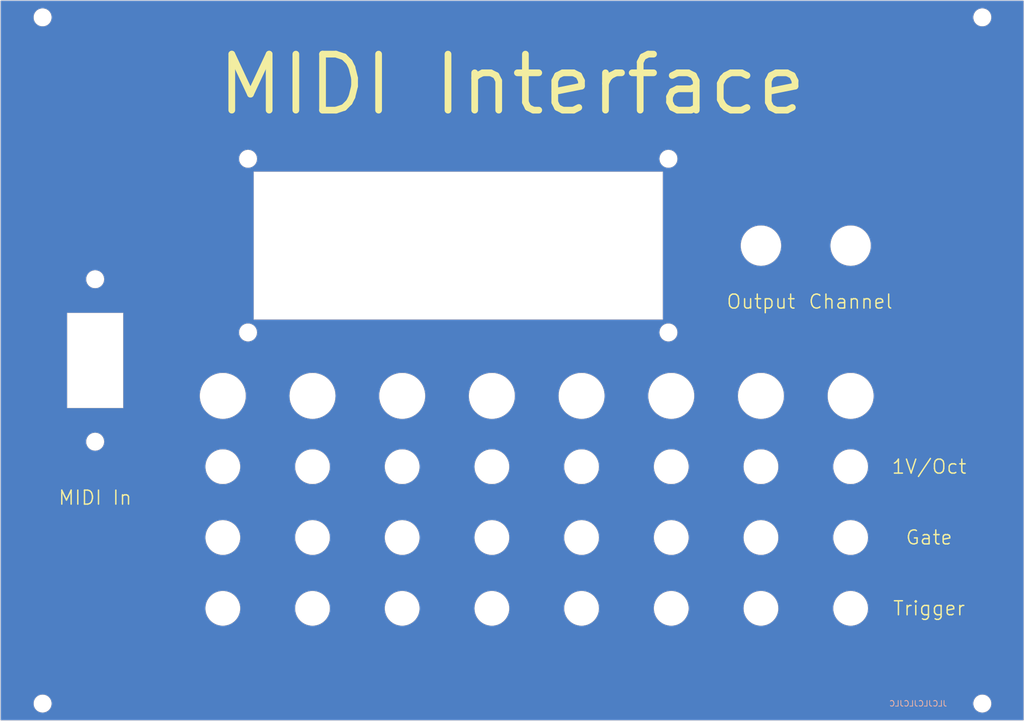
<source format=kicad_pcb>
(kicad_pcb (version 20211014) (generator pcbnew)
  (layers (0 "F.Cu" signal) (31 "B.Cu" signal) (34 "B.Paste" user) (35 "F.Paste" user) (36 "B.SilkS" user "B.Silkscreen") (37 "F.SilkS" user "F.Silkscreen") (38 "B.Mask" user) (39 "F.Mask" user) (44 "Edge.Cuts" user))
  (net 0 "")
  (gr_circle (center 176.2 89.635715) (end 177.8 89.635715) (layer "Edge.Cuts") (width 0.05) (fill none))
  (gr_line (start 102.2 87.335715) (end 102.2 60.935715) (layer "Edge.Cuts") (width 0.05))
  (gr_circle (center 160.7 100.957143) (end 164.8 100.957143) (layer "Edge.Cuts") (width 0.05) (fill none))
  (gr_circle (center 101.2 89.635715) (end 102.8 89.635715) (layer "Edge.Cuts") (width 0.05) (fill none))
  (gr_circle (center 160.7 126.242857) (end 163.8 126.242857) (layer "Edge.Cuts") (width 0.05) (fill none))
  (gr_circle (center 96.7 138.885714) (end 99.8 138.885714) (layer "Edge.Cuts") (width 0.05) (fill none))
  (gr_circle (center 176.7 126.242857) (end 179.8 126.242857) (layer "Edge.Cuts") (width 0.05) (fill none))
  (gr_circle (center 208.7 126.242857) (end 211.8 126.242857) (layer "Edge.Cuts") (width 0.05) (fill none))
  (gr_circle (center 176.7 100.957143) (end 180.8 100.957143) (layer "Edge.Cuts") (width 0.05) (fill none))
  (gr_circle (center 176.7 138.885714) (end 179.8 138.885714) (layer "Edge.Cuts") (width 0.05) (fill none))
  (gr_circle (center 128.7 138.885714) (end 131.8 138.885714) (layer "Edge.Cuts") (width 0.05) (fill none))
  (gr_circle (center 64.55 155.885715) (end 66.15 155.885715) (layer "Edge.Cuts") (width 0.05) (fill none))
  (gr_line (start 57.05 158.885715) (end 239.55 158.885715) (layer "Edge.Cuts") (width 0.05))
  (gr_circle (center 144.7 126.242857) (end 147.8 126.242857) (layer "Edge.Cuts") (width 0.05) (fill none))
  (gr_circle (center 176.7 113.6) (end 179.8 113.6) (layer "Edge.Cuts") (width 0.05) (fill none))
  (gr_line (start 68.925 86.135715) (end 68.925 103.135715) (layer "Edge.Cuts") (width 0.05))
  (gr_circle (center 192.7 100.957143) (end 196.8 100.957143) (layer "Edge.Cuts") (width 0.05) (fill none))
  (gr_circle (center 101.2 58.635715) (end 102.8 58.635715) (layer "Edge.Cuts") (width 0.05) (fill none))
  (gr_circle (center 160.7 138.885714) (end 163.8 138.885714) (layer "Edge.Cuts") (width 0.05) (fill none))
  (gr_circle (center 192.7 138.885714) (end 195.8 138.885714) (layer "Edge.Cuts") (width 0.05) (fill none))
  (gr_circle (center 192.7 113.6) (end 195.8 113.6) (layer "Edge.Cuts") (width 0.05) (fill none))
  (gr_circle (center 144.7 100.957143) (end 148.8 100.957143) (layer "Edge.Cuts") (width 0.05) (fill none))
  (gr_circle (center 128.7 113.6) (end 131.8 113.6) (layer "Edge.Cuts") (width 0.05) (fill none))
  (gr_circle (center 192.7 126.242857) (end 195.8 126.242857) (layer "Edge.Cuts") (width 0.05) (fill none))
  (gr_circle (center 96.7 113.6) (end 99.8 113.6) (layer "Edge.Cuts") (width 0.05) (fill none))
  (gr_circle (center 208.7 113.6) (end 211.8 113.6) (layer "Edge.Cuts") (width 0.05) (fill none))
  (gr_line (start 239.55 30.385715) (end 239.55 158.885715) (layer "Edge.Cuts") (width 0.05))
  (gr_circle (center 160.7 113.6) (end 163.8 113.6) (layer "Edge.Cuts") (width 0.05) (fill none))
  (gr_circle (center 208.7 138.885714) (end 211.8 138.885714) (layer "Edge.Cuts") (width 0.05) (fill none))
  (gr_line (start 57.05 30.385715) (end 239.55 30.385715) (layer "Edge.Cuts") (width 0.05))
  (gr_circle (center 192.7 74.135715) (end 196.3 74.135715) (layer "Edge.Cuts") (width 0.05) (fill none))
  (gr_line (start 57.05 30.385715) (end 57.05 158.885715) (layer "Edge.Cuts") (width 0.05))
  (gr_circle (center 208.7 100.957143) (end 212.8 100.957143) (layer "Edge.Cuts") (width 0.05) (fill none))
  (gr_line (start 68.925 103.135715) (end 78.925 103.135715) (layer "Edge.Cuts") (width 0.05))
  (gr_circle (center 112.7 113.6) (end 115.8 113.6) (layer "Edge.Cuts") (width 0.05) (fill none))
  (gr_circle (center 112.7 100.957143) (end 116.8 100.957143) (layer "Edge.Cuts") (width 0.05) (fill none))
  (gr_line (start 175.2 60.935715) (end 175.2 87.335715) (layer "Edge.Cuts") (width 0.05))
  (gr_line (start 78.925 86.135715) (end 68.925 86.135715) (layer "Edge.Cuts") (width 0.05))
  (gr_circle (center 232.19 155.885715) (end 233.79 155.885715) (layer "Edge.Cuts") (width 0.05) (fill none))
  (gr_circle (center 128.7 126.242857) (end 131.8 126.242857) (layer "Edge.Cuts") (width 0.05) (fill none))
  (gr_circle (center 232.19 33.385715) (end 233.79 33.385715) (layer "Edge.Cuts") (width 0.05) (fill none))
  (gr_circle (center 208.7 74.135715) (end 212.3 74.135715) (layer "Edge.Cuts") (width 0.05) (fill none))
  (gr_circle (center 96.7 126.242857) (end 99.8 126.242857) (layer "Edge.Cuts") (width 0.05) (fill none))
  (gr_circle (center 144.7 138.885714) (end 147.8 138.885714) (layer "Edge.Cuts") (width 0.05) (fill none))
  (gr_line (start 102.2 60.935715) (end 175.2 60.935715) (layer "Edge.Cuts") (width 0.05))
  (gr_circle (center 176.2 58.635715) (end 177.8 58.635715) (layer "Edge.Cuts") (width 0.05) (fill none))
  (gr_circle (center 128.7 100.957143) (end 132.8 100.957143) (layer "Edge.Cuts") (width 0.05) (fill none))
  (gr_line (start 175.2 87.335715) (end 102.2 87.335715) (layer "Edge.Cuts") (width 0.05))
  (gr_line (start 78.925 103.135715) (end 78.925 86.135715) (layer "Edge.Cuts") (width 0.05))
  (gr_circle (center 64.55 33.385715) (end 66.15 33.385715) (layer "Edge.Cuts") (width 0.05) (fill none))
  (gr_circle (center 96.7 100.957143) (end 100.8 100.957143) (layer "Edge.Cuts") (width 0.05) (fill none))
  (gr_circle (center 144.7 113.6) (end 147.8 113.6) (layer "Edge.Cuts") (width 0.05) (fill none))
  (gr_circle (center 73.925 80.135715) (end 75.525 80.135715) (layer "Edge.Cuts") (width 0.05) (fill none))
  (gr_circle (center 112.7 138.885714) (end 115.8 138.885714) (layer "Edge.Cuts") (width 0.05) (fill none))
  (gr_circle (center 112.7 126.242857) (end 115.8 126.242857) (layer "Edge.Cuts") (width 0.05) (fill none))
  (gr_circle (center 73.925 109.135715) (end 75.525 109.135715) (layer "Edge.Cuts") (width 0.05) (fill none))
  (gr_text "JLCJLCJLCJLC" (at 220.75 155.885715) (layer "B.SilkS") (effects (font (size 1 1)) (justify mirror)))
  (gr_text "Trigger" (at 222.7 138.885714) (layer "F.SilkS") (effects (font (size 2.5 2.5) (thickness 0.25))))
  (gr_text "Output" (at 192.7 84.135715) (layer "F.SilkS") (effects (font (size 2.5 2.5) (thickness 0.25))))
  (gr_text "1V/Oct" (at 222.7 113.6) (layer "F.SilkS") (effects (font (size 2.5 2.5) (thickness 0.25))))
  (gr_text "Channel" (at 208.7 84.135715) (layer "F.SilkS") (effects (font (size 2.5 2.5) (thickness 0.25))))
  (gr_text "MIDI Interface" (at 148.3 45.385715) (layer "F.SilkS") (effects (font (size 10 10) (thickness 1.2))))
  (gr_text "Gate" (at 222.7 126.242857) (layer "F.SilkS") (effects (font (size 2.5 2.5) (thickness 0.25))))
  (gr_text "MIDI In" (at 73.925 119.135715) (layer "F.SilkS") (effects (font (size 2.5 2.5) (thickness 0.25))))
  (zone (net 0) (net_name "") (layer "F.Cu") (connect_pads (clearance 0)) (min_thickness 0.254) (fill yes (thermal_gap 0.508) (thermal_bridge_width 0.508))
    (polygon (pts (xy 239.65 158.985715) (xy 56.95 158.985715) (xy 56.95 30.285715) (xy 239.65 30.285715)))
  )
  (zone (net 0) (net_name "") (layer "B.Cu") (connect_pads (clearance 0)) (min_thickness 0.254) (fill yes (thermal_gap 0.508) (thermal_bridge_width 0.508))
    (polygon (pts (xy 239.65 158.985715) (xy 56.95 158.985715) (xy 56.95 30.285715) (xy 239.65 30.285715)))
  )
)
</source>
